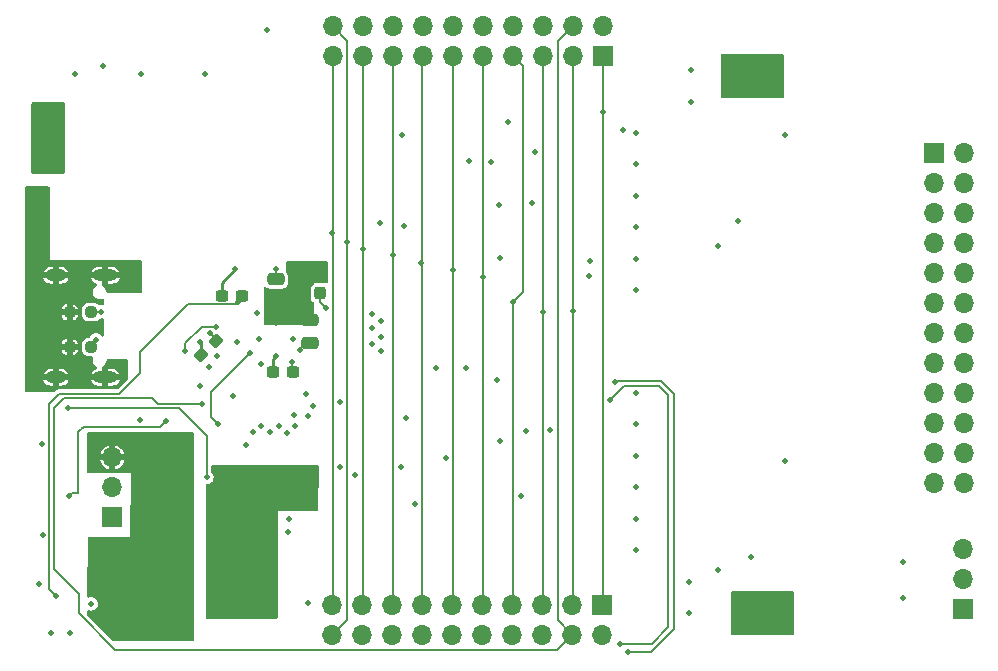
<source format=gbr>
%TF.GenerationSoftware,KiCad,Pcbnew,7.0.7*%
%TF.CreationDate,2023-10-22T12:37:57-05:00*%
%TF.ProjectId,state mode logic analyzer,73746174-6520-46d6-9f64-65206c6f6769,1*%
%TF.SameCoordinates,Original*%
%TF.FileFunction,Copper,L4,Bot*%
%TF.FilePolarity,Positive*%
%FSLAX46Y46*%
G04 Gerber Fmt 4.6, Leading zero omitted, Abs format (unit mm)*
G04 Created by KiCad (PCBNEW 7.0.7) date 2023-10-22 12:37:57*
%MOMM*%
%LPD*%
G01*
G04 APERTURE LIST*
G04 Aperture macros list*
%AMRoundRect*
0 Rectangle with rounded corners*
0 $1 Rounding radius*
0 $2 $3 $4 $5 $6 $7 $8 $9 X,Y pos of 4 corners*
0 Add a 4 corners polygon primitive as box body*
4,1,4,$2,$3,$4,$5,$6,$7,$8,$9,$2,$3,0*
0 Add four circle primitives for the rounded corners*
1,1,$1+$1,$2,$3*
1,1,$1+$1,$4,$5*
1,1,$1+$1,$6,$7*
1,1,$1+$1,$8,$9*
0 Add four rect primitives between the rounded corners*
20,1,$1+$1,$2,$3,$4,$5,0*
20,1,$1+$1,$4,$5,$6,$7,0*
20,1,$1+$1,$6,$7,$8,$9,0*
20,1,$1+$1,$8,$9,$2,$3,0*%
G04 Aperture macros list end*
%TA.AperFunction,ComponentPad*%
%ADD10R,1.700000X1.700000*%
%TD*%
%TA.AperFunction,ComponentPad*%
%ADD11O,1.700000X1.700000*%
%TD*%
%TA.AperFunction,ComponentPad*%
%ADD12O,2.100000X1.000000*%
%TD*%
%TA.AperFunction,ComponentPad*%
%ADD13O,1.800000X1.000000*%
%TD*%
%TA.AperFunction,SMDPad,CuDef*%
%ADD14RoundRect,0.237500X0.300000X0.237500X-0.300000X0.237500X-0.300000X-0.237500X0.300000X-0.237500X0*%
%TD*%
%TA.AperFunction,SMDPad,CuDef*%
%ADD15RoundRect,0.237500X0.250000X0.237500X-0.250000X0.237500X-0.250000X-0.237500X0.250000X-0.237500X0*%
%TD*%
%TA.AperFunction,SMDPad,CuDef*%
%ADD16RoundRect,0.237500X0.237500X-0.300000X0.237500X0.300000X-0.237500X0.300000X-0.237500X-0.300000X0*%
%TD*%
%TA.AperFunction,SMDPad,CuDef*%
%ADD17RoundRect,0.237500X0.044194X0.380070X-0.380070X-0.044194X-0.044194X-0.380070X0.380070X0.044194X0*%
%TD*%
%TA.AperFunction,SMDPad,CuDef*%
%ADD18RoundRect,0.250000X0.475000X-0.250000X0.475000X0.250000X-0.475000X0.250000X-0.475000X-0.250000X0*%
%TD*%
%TA.AperFunction,SMDPad,CuDef*%
%ADD19RoundRect,0.250000X-0.475000X0.250000X-0.475000X-0.250000X0.475000X-0.250000X0.475000X0.250000X0*%
%TD*%
%TA.AperFunction,ViaPad*%
%ADD20C,0.508000*%
%TD*%
%TA.AperFunction,Conductor*%
%ADD21C,0.254000*%
%TD*%
%TA.AperFunction,Conductor*%
%ADD22C,0.152400*%
%TD*%
%TA.AperFunction,Conductor*%
%ADD23C,0.203200*%
%TD*%
G04 APERTURE END LIST*
D10*
%TO.P,J6,1,Pin_1*%
%TO.N,+5V*%
X143000000Y-82100000D03*
D11*
%TO.P,J6,2,Pin_2*%
%TO.N,GND*%
X143000000Y-79560000D03*
%TO.P,J6,3,Pin_3*%
%TO.N,+3V3*%
X143000000Y-77020000D03*
%TD*%
D12*
%TO.P,J1,S1,SHIELD*%
%TO.N,GND*%
X70380000Y-53830000D03*
D13*
X66200000Y-53830000D03*
D12*
X70380000Y-62470000D03*
D13*
X66200000Y-62470000D03*
%TD*%
D10*
%TO.P,J5,1,Pin_1*%
%TO.N,GND*%
X140550000Y-43450000D03*
D11*
%TO.P,J5,2,Pin_2*%
%TO.N,/IN_CLK*%
X143090000Y-43450000D03*
%TO.P,J5,3,Pin_3*%
%TO.N,/IN01*%
X140550000Y-45990000D03*
%TO.P,J5,4,Pin_4*%
%TO.N,/IN00*%
X143090000Y-45990000D03*
%TO.P,J5,5,Pin_5*%
%TO.N,/IN03*%
X140550000Y-48530000D03*
%TO.P,J5,6,Pin_6*%
%TO.N,/IN02*%
X143090000Y-48530000D03*
%TO.P,J5,7,Pin_7*%
%TO.N,GND*%
X140550000Y-51070000D03*
%TO.P,J5,8,Pin_8*%
X143090000Y-51070000D03*
%TO.P,J5,9,Pin_9*%
%TO.N,/IN05*%
X140550000Y-53610000D03*
%TO.P,J5,10,Pin_10*%
%TO.N,/IN04*%
X143090000Y-53610000D03*
%TO.P,J5,11,Pin_11*%
%TO.N,/IN07*%
X140550000Y-56150000D03*
%TO.P,J5,12,Pin_12*%
%TO.N,/IN06*%
X143090000Y-56150000D03*
%TO.P,J5,13,Pin_13*%
%TO.N,GND*%
X140550000Y-58690000D03*
%TO.P,J5,14,Pin_14*%
X143090000Y-58690000D03*
%TO.P,J5,15,Pin_15*%
%TO.N,/IN09*%
X140550000Y-61230000D03*
%TO.P,J5,16,Pin_16*%
%TO.N,/IN08*%
X143090000Y-61230000D03*
%TO.P,J5,17,Pin_17*%
%TO.N,/IN11*%
X140550000Y-63770000D03*
%TO.P,J5,18,Pin_18*%
%TO.N,/IN10*%
X143090000Y-63770000D03*
%TO.P,J5,19,Pin_19*%
%TO.N,GND*%
X140550000Y-66310000D03*
%TO.P,J5,20,Pin_20*%
X143090000Y-66310000D03*
%TO.P,J5,21,Pin_21*%
%TO.N,/IN13*%
X140550000Y-68850000D03*
%TO.P,J5,22,Pin_22*%
%TO.N,/IN12*%
X143090000Y-68850000D03*
%TO.P,J5,23,Pin_23*%
%TO.N,/IN15*%
X140550000Y-71390000D03*
%TO.P,J5,24,Pin_24*%
%TO.N,/IN14*%
X143090000Y-71390000D03*
%TD*%
D10*
%TO.P,J3,1,Pin_1*%
%TO.N,/CLK*%
X112450000Y-81725000D03*
D11*
%TO.P,J3,2,Pin_2*%
%TO.N,GND*%
X112450000Y-84265000D03*
%TO.P,J3,3,Pin_3*%
%TO.N,/TS0*%
X109910000Y-81725000D03*
%TO.P,J3,4,Pin_4*%
%TO.N,/LA_Enable*%
X109910000Y-84265000D03*
%TO.P,J3,5,Pin_5*%
%TO.N,/TS1*%
X107370000Y-81725000D03*
%TO.P,J3,6,Pin_6*%
%TO.N,GND*%
X107370000Y-84265000D03*
%TO.P,J3,7,Pin_7*%
%TO.N,/TS2*%
X104830000Y-81725000D03*
%TO.P,J3,8,Pin_8*%
%TO.N,GND*%
X104830000Y-84265000D03*
%TO.P,J3,9,Pin_9*%
%TO.N,/TS3*%
X102290000Y-81725000D03*
%TO.P,J3,10,Pin_10*%
%TO.N,GND*%
X102290000Y-84265000D03*
%TO.P,J3,11,Pin_11*%
%TO.N,/TS4*%
X99750000Y-81725000D03*
%TO.P,J3,12,Pin_12*%
%TO.N,GND*%
X99750000Y-84265000D03*
%TO.P,J3,13,Pin_13*%
%TO.N,/TS5*%
X97210000Y-81725000D03*
%TO.P,J3,14,Pin_14*%
%TO.N,GND*%
X97210000Y-84265000D03*
%TO.P,J3,15,Pin_15*%
%TO.N,/TS6*%
X94670000Y-81725000D03*
%TO.P,J3,16,Pin_16*%
%TO.N,GND*%
X94670000Y-84265000D03*
%TO.P,J3,17,Pin_17*%
%TO.N,/TS7*%
X92130000Y-81725000D03*
%TO.P,J3,18,Pin_18*%
%TO.N,GND*%
X92130000Y-84265000D03*
%TO.P,J3,19,Pin_19*%
%TO.N,/SCL*%
X89590000Y-81725000D03*
%TO.P,J3,20,Pin_20*%
%TO.N,/SDA*%
X89590000Y-84265000D03*
%TD*%
D10*
%TO.P,J2,1,Pin_1*%
%TO.N,+5V*%
X70975000Y-74325000D03*
D11*
%TO.P,J2,2,Pin_2*%
%TO.N,/VBUS*%
X70975000Y-71785000D03*
%TO.P,J2,3,Pin_3*%
%TO.N,GND*%
X70975000Y-69245000D03*
%TD*%
D10*
%TO.P,J4,1,Pin_1*%
%TO.N,/CLK*%
X112475000Y-35250000D03*
D11*
%TO.P,J4,2,Pin_2*%
%TO.N,GND*%
X112475000Y-32710000D03*
%TO.P,J4,3,Pin_3*%
%TO.N,/TS0*%
X109935000Y-35250000D03*
%TO.P,J4,4,Pin_4*%
%TO.N,/LA_Enable*%
X109935000Y-32710000D03*
%TO.P,J4,5,Pin_5*%
%TO.N,/TS1*%
X107395000Y-35250000D03*
%TO.P,J4,6,Pin_6*%
%TO.N,GND*%
X107395000Y-32710000D03*
%TO.P,J4,7,Pin_7*%
%TO.N,/TS2*%
X104855000Y-35250000D03*
%TO.P,J4,8,Pin_8*%
%TO.N,GND*%
X104855000Y-32710000D03*
%TO.P,J4,9,Pin_9*%
%TO.N,/TS3*%
X102315000Y-35250000D03*
%TO.P,J4,10,Pin_10*%
%TO.N,GND*%
X102315000Y-32710000D03*
%TO.P,J4,11,Pin_11*%
%TO.N,/TS4*%
X99775000Y-35250000D03*
%TO.P,J4,12,Pin_12*%
%TO.N,GND*%
X99775000Y-32710000D03*
%TO.P,J4,13,Pin_13*%
%TO.N,/TS5*%
X97235000Y-35250000D03*
%TO.P,J4,14,Pin_14*%
%TO.N,GND*%
X97235000Y-32710000D03*
%TO.P,J4,15,Pin_15*%
%TO.N,/TS6*%
X94695000Y-35250000D03*
%TO.P,J4,16,Pin_16*%
%TO.N,GND*%
X94695000Y-32710000D03*
%TO.P,J4,17,Pin_17*%
%TO.N,/TS7*%
X92155000Y-35250000D03*
%TO.P,J4,18,Pin_18*%
%TO.N,GND*%
X92155000Y-32710000D03*
%TO.P,J4,19,Pin_19*%
%TO.N,/SCL*%
X89615000Y-35250000D03*
%TO.P,J4,20,Pin_20*%
%TO.N,/SDA*%
X89615000Y-32710000D03*
%TD*%
D14*
%TO.P,C11,1*%
%TO.N,+1V1*%
X81950000Y-55550000D03*
%TO.P,C11,2*%
%TO.N,GND*%
X80225000Y-55550000D03*
%TD*%
D15*
%TO.P,R23,1*%
%TO.N,Net-(J1-CC1)*%
X69187500Y-56950000D03*
%TO.P,R23,2*%
%TO.N,GND*%
X67362500Y-56950000D03*
%TD*%
D16*
%TO.P,C7,1*%
%TO.N,+3V3*%
X88550000Y-55362500D03*
%TO.P,C7,2*%
%TO.N,GND*%
X88550000Y-53637500D03*
%TD*%
D14*
%TO.P,C8,1*%
%TO.N,+3V3*%
X86287500Y-62050000D03*
%TO.P,C8,2*%
%TO.N,GND*%
X84562500Y-62050000D03*
%TD*%
D17*
%TO.P,C9,1*%
%TO.N,+3V3*%
X79734880Y-59365120D03*
%TO.P,C9,2*%
%TO.N,GND*%
X78515120Y-60584880D03*
%TD*%
D18*
%TO.P,C12,1*%
%TO.N,+1V1*%
X87750000Y-59525000D03*
%TO.P,C12,2*%
%TO.N,GND*%
X87750000Y-57625000D03*
%TD*%
D19*
%TO.P,C10,1*%
%TO.N,+3V3*%
X84800000Y-54150000D03*
%TO.P,C10,2*%
%TO.N,GND*%
X84800000Y-56050000D03*
%TD*%
D15*
%TO.P,R24,1*%
%TO.N,Net-(J1-CC2)*%
X69187500Y-59900000D03*
%TO.P,R24,2*%
%TO.N,GND*%
X67362500Y-59900000D03*
%TD*%
D20*
%TO.N,GND*%
X81375000Y-53300000D03*
X76625000Y-74475000D03*
X78825000Y-36750000D03*
X76250000Y-69250000D03*
X95450000Y-70050000D03*
X114250000Y-41500000D03*
X127900000Y-41925000D03*
X76625000Y-76325000D03*
X73950000Y-72875000D03*
X67400000Y-84100000D03*
X86250000Y-59250000D03*
X84825000Y-60650000D03*
X126025000Y-83950000D03*
X64750000Y-79925000D03*
X75800000Y-77925000D03*
X137900000Y-78075000D03*
X75800000Y-72850000D03*
X76625000Y-77250000D03*
X91525000Y-70700000D03*
X122225000Y-78800000D03*
X123675000Y-82400000D03*
X67825000Y-36800000D03*
X126025000Y-80925000D03*
X72425000Y-84100000D03*
X128325000Y-82375000D03*
X125100000Y-38500000D03*
X85900000Y-74500000D03*
X85875000Y-75600000D03*
X65100000Y-75850000D03*
X127925000Y-69575000D03*
X95525000Y-41950000D03*
X103825000Y-67825000D03*
X101200000Y-44175000D03*
X74875000Y-77925000D03*
X77400000Y-84100000D03*
X125100000Y-35400000D03*
X76625000Y-73550000D03*
X98350000Y-61650000D03*
X127350000Y-37100000D03*
X84825000Y-57850000D03*
X65050000Y-68150000D03*
X78375000Y-59475000D03*
X122800000Y-37075000D03*
X86075000Y-57175000D03*
X103775000Y-52325000D03*
X106475000Y-47675000D03*
X73950000Y-77925000D03*
X73375000Y-36825000D03*
X76625000Y-75400000D03*
X104450000Y-40825000D03*
X74875000Y-72850000D03*
X83425000Y-59250000D03*
X93625000Y-49425000D03*
X122225000Y-51350000D03*
X137900000Y-81125000D03*
X90250000Y-64550000D03*
X71850000Y-54900000D03*
X100900000Y-61650000D03*
X82325000Y-68200000D03*
X72000000Y-62125000D03*
X111375000Y-52600000D03*
X90250000Y-70050000D03*
%TO.N,+5V*%
X65775000Y-84075000D03*
%TO.N,+3V3*%
X69175000Y-81650000D03*
X87575000Y-81550000D03*
X83208521Y-57058896D03*
X106743000Y-43426943D03*
X64700000Y-44700000D03*
X83375000Y-71250000D03*
X105550000Y-72550000D03*
X95675000Y-49675000D03*
X89075000Y-56575000D03*
X123950000Y-49200000D03*
X95800000Y-65900000D03*
X99200000Y-69325000D03*
X73350000Y-66100000D03*
X103750000Y-47850000D03*
X83550000Y-61300000D03*
X79225000Y-58750000D03*
X64700000Y-39750000D03*
X79575000Y-72025000D03*
X84075000Y-33075000D03*
X111350000Y-53900000D03*
X85750000Y-72975000D03*
X86175000Y-61175000D03*
X103550000Y-62700000D03*
X79575000Y-72950000D03*
X103075000Y-44200000D03*
X82950000Y-72975000D03*
X66350000Y-44700000D03*
X96575000Y-73200000D03*
X85775000Y-72025000D03*
X84300000Y-71250000D03*
X125025000Y-77675000D03*
X66350000Y-39725000D03*
X82950000Y-72050000D03*
X84825000Y-53275000D03*
X85250000Y-71250000D03*
%TO.N,+1V1*%
X81650000Y-56100000D03*
X66200000Y-80950000D03*
X86838622Y-60138622D03*
%TO.N,Net-(J1-CC1)*%
X70025000Y-56925000D03*
%TO.N,Net-(J1-CC2)*%
X69600000Y-59300000D03*
%TO.N,/SDA*%
X90875000Y-50974996D03*
X81525000Y-59475000D03*
%TO.N,/SCL*%
X79825000Y-60700000D03*
X89600000Y-50275000D03*
%TO.N,Net-(R10-Pad2)*%
X67200000Y-65075000D03*
X78975000Y-70925000D03*
%TO.N,/CNT_RESET*%
X114625000Y-85725000D03*
X106000000Y-66975000D03*
X70175000Y-36150000D03*
X113550000Y-62825000D03*
X78357900Y-63175000D03*
%TO.N,/TS0*%
X109935000Y-56875000D03*
%TO.N,/TS1*%
X107395000Y-56900000D03*
%TO.N,/TS2*%
X104855000Y-56108200D03*
%TO.N,/TS3*%
X102315000Y-53950006D03*
%TO.N,/TS4*%
X99774990Y-53400000D03*
%TO.N,/TS5*%
X97100000Y-52800000D03*
%TO.N,/TS6*%
X94695000Y-52125000D03*
%TO.N,/TS7*%
X92155000Y-51575004D03*
%TO.N,/CNT_CLK*%
X108050000Y-66950000D03*
X113100000Y-64400000D03*
X79150000Y-61600000D03*
X113950000Y-85025000D03*
%TO.N,/CLK*%
X81150000Y-64050000D03*
X112500000Y-40000000D03*
%TO.N,/LA_Enable*%
X78525000Y-64700000D03*
%TO.N,Net-(U1-QSPI_SD2)*%
X79938114Y-66440089D03*
X82600000Y-60425000D03*
%TO.N,/BUF00*%
X119925000Y-36475000D03*
X92950000Y-57100000D03*
%TO.N,/BUF01*%
X93750000Y-57700000D03*
X119925000Y-39150000D03*
%TO.N,/BUF02*%
X115350000Y-41775000D03*
X92949996Y-58275000D03*
%TO.N,/BUF03*%
X115350000Y-44425000D03*
X93750000Y-59025000D03*
%TO.N,/BUF04*%
X92925000Y-59675000D03*
X115350000Y-47100000D03*
%TO.N,/BUF05*%
X93750000Y-60250000D03*
X115350000Y-49750000D03*
%TO.N,/BUF06*%
X87350000Y-63875000D03*
X115350000Y-52425000D03*
%TO.N,/BUF07*%
X115350000Y-55075000D03*
X87950000Y-64875000D03*
%TO.N,/BUF08*%
X115350000Y-63800000D03*
X87500004Y-65750000D03*
%TO.N,/BUF09*%
X115350000Y-66450000D03*
X86375000Y-65625000D03*
%TO.N,/BUF10*%
X86450000Y-66575000D03*
X115350000Y-69100000D03*
%TO.N,/BUF11*%
X85750000Y-67175000D03*
X115350000Y-71775000D03*
%TO.N,/BUF12*%
X85050000Y-66550000D03*
X115350000Y-74475000D03*
%TO.N,/BUF13*%
X115350000Y-77100000D03*
X84325000Y-67125000D03*
%TO.N,/BUF14*%
X83600000Y-66550000D03*
X119825000Y-79800000D03*
%TO.N,/BUF15*%
X119800000Y-82400000D03*
X82875000Y-67125000D03*
%TO.N,/Run*%
X75550000Y-66125000D03*
X67325000Y-72550000D03*
%TO.N,/~{CS}*%
X79791692Y-58170658D03*
X77125000Y-60225000D03*
%TD*%
D21*
%TO.N,GND*%
X78515120Y-60584880D02*
X78515120Y-59615120D01*
X84562500Y-60912500D02*
X84825000Y-60650000D01*
X78515120Y-59615120D02*
X78375000Y-59475000D01*
X84800000Y-56050000D02*
X84800000Y-57825000D01*
X80225000Y-54450000D02*
X81375000Y-53300000D01*
X80225000Y-55550000D02*
X80225000Y-54450000D01*
X84562500Y-62050000D02*
X84562500Y-60912500D01*
X84800000Y-57825000D02*
X84825000Y-57850000D01*
D22*
%TO.N,+3V3*%
X86175000Y-61175000D02*
X86175000Y-61937500D01*
X88550000Y-56050000D02*
X89075000Y-56575000D01*
X79225000Y-58750000D02*
X79734880Y-59259880D01*
X88550000Y-55362500D02*
X88550000Y-56050000D01*
X84800000Y-54150000D02*
X84800000Y-53300000D01*
X84800000Y-53300000D02*
X84825000Y-53275000D01*
%TO.N,+1V1*%
X87127244Y-59850000D02*
X86838622Y-60138622D01*
X77396400Y-56253600D02*
X81496400Y-56253600D01*
X66475000Y-63850000D02*
X71550000Y-63850000D01*
X73325000Y-62075000D02*
X73325000Y-60325000D01*
X71550000Y-63850000D02*
X73325000Y-62075000D01*
X81950000Y-55800000D02*
X81650000Y-56100000D01*
X81496400Y-56253600D02*
X81650000Y-56100000D01*
X65633400Y-80383400D02*
X65633400Y-64691600D01*
X66200000Y-80950000D02*
X65633400Y-80383400D01*
X65633400Y-64691600D02*
X66475000Y-63850000D01*
X73325000Y-60325000D02*
X77396400Y-56253600D01*
%TO.N,Net-(J1-CC1)*%
X70025000Y-56925000D02*
X69212500Y-56925000D01*
%TO.N,Net-(J1-CC2)*%
X69600000Y-59300000D02*
X69600000Y-59487500D01*
X69600000Y-59487500D02*
X69187500Y-59900000D01*
D23*
%TO.N,/SDA*%
X90875000Y-62900000D02*
X90875000Y-82980000D01*
D22*
X89615000Y-32710000D02*
X90875000Y-33970000D01*
D23*
X90875000Y-33970000D02*
X90875000Y-62900000D01*
D22*
X90875000Y-82980000D02*
X89590000Y-84265000D01*
D23*
%TO.N,/SCL*%
X89615000Y-35250000D02*
X89615000Y-81700000D01*
D22*
%TO.N,Net-(R10-Pad2)*%
X78975000Y-67450000D02*
X78975000Y-70925000D01*
X67200000Y-65075000D02*
X76600000Y-65075000D01*
X76600000Y-65075000D02*
X78975000Y-67450000D01*
%TO.N,/CNT_RESET*%
X117425000Y-62800000D02*
X113575000Y-62800000D01*
X118525000Y-83800000D02*
X118525000Y-63900000D01*
X116600000Y-85725000D02*
X118525000Y-83800000D01*
X114625000Y-85725000D02*
X116600000Y-85725000D01*
X118525000Y-63900000D02*
X117425000Y-62800000D01*
X113575000Y-62800000D02*
X113550000Y-62825000D01*
D23*
%TO.N,/TS0*%
X109935000Y-56875000D02*
X109935000Y-81700000D01*
X109935000Y-56875000D02*
X109935000Y-35250000D01*
%TO.N,/TS1*%
X107395000Y-35250000D02*
X107395000Y-56900000D01*
X107395000Y-81700000D02*
X107395000Y-56900000D01*
%TO.N,/TS2*%
X104855000Y-81700000D02*
X104855000Y-56108200D01*
X105705000Y-55258200D02*
X104855000Y-56108200D01*
X104855000Y-35250000D02*
X105705000Y-36100000D01*
X105705000Y-36100000D02*
X105705000Y-55258200D01*
%TO.N,/TS3*%
X102315000Y-35250000D02*
X102315000Y-53950006D01*
X102315000Y-81700000D02*
X102315000Y-53950006D01*
%TO.N,/TS4*%
X99775000Y-53400010D02*
X99774990Y-53400000D01*
X99775000Y-35250000D02*
X99775000Y-53399990D01*
X99775000Y-81700000D02*
X99775000Y-53400010D01*
X99775000Y-53399990D02*
X99774990Y-53400000D01*
%TO.N,/TS5*%
X97210000Y-52910000D02*
X97100000Y-52800000D01*
X97210000Y-35275000D02*
X97210000Y-52690000D01*
X97210000Y-52690000D02*
X97100000Y-52800000D01*
X97210000Y-81725000D02*
X97210000Y-52910000D01*
%TO.N,/TS6*%
X94695000Y-35250000D02*
X94695000Y-52125000D01*
X94695000Y-81700000D02*
X94695000Y-52125000D01*
%TO.N,/TS7*%
X92155000Y-81700000D02*
X92155000Y-51575004D01*
X92155000Y-35250000D02*
X92155000Y-51575004D01*
D22*
%TO.N,/CNT_CLK*%
X118025000Y-83625000D02*
X118025000Y-63975000D01*
X118025000Y-63975000D02*
X117250000Y-63200000D01*
X116625000Y-85025000D02*
X118025000Y-83625000D01*
X114300000Y-63200000D02*
X113100000Y-64400000D01*
X113950000Y-85025000D02*
X116625000Y-85025000D01*
X117250000Y-63200000D02*
X114300000Y-63200000D01*
D23*
%TO.N,/CLK*%
X112475000Y-35250000D02*
X112475000Y-81700000D01*
D22*
%TO.N,/LA_Enable*%
X74350000Y-64200000D02*
X66900000Y-64200000D01*
X71225000Y-85525000D02*
X108650000Y-85525000D01*
X78525000Y-64700000D02*
X74850000Y-64700000D01*
X74850000Y-64700000D02*
X74350000Y-64200000D01*
X68150000Y-80800000D02*
X68150000Y-82450000D01*
X108650000Y-85525000D02*
X109910000Y-84265000D01*
X68150000Y-82450000D02*
X71225000Y-85525000D01*
X66075000Y-65025000D02*
X66075000Y-78725000D01*
X109935000Y-32710000D02*
X108675000Y-33970000D01*
X108675000Y-83030000D02*
X109910000Y-84265000D01*
X108675000Y-33970000D02*
X108675000Y-83030000D01*
X66075000Y-78725000D02*
X68150000Y-80800000D01*
X66900000Y-64200000D02*
X66075000Y-65025000D01*
%TO.N,Net-(U1-QSPI_SD2)*%
X82600000Y-60425000D02*
X79300000Y-63725000D01*
X79300000Y-63725000D02*
X79300000Y-65801975D01*
X79300000Y-65801975D02*
X79938114Y-66440089D01*
%TO.N,/Run*%
X75041600Y-66633400D02*
X68541600Y-66633400D01*
X68300000Y-66875000D02*
X68050000Y-67125000D01*
X68050000Y-67125000D02*
X68050000Y-72275000D01*
X67600000Y-72275000D02*
X67325000Y-72550000D01*
X68050000Y-72275000D02*
X67600000Y-72275000D01*
X75550000Y-66125000D02*
X75041600Y-66633400D01*
X68541600Y-66633400D02*
X68300000Y-66875000D01*
%TO.N,/~{CS}*%
X78554342Y-58170658D02*
X79791692Y-58170658D01*
X77125000Y-59600000D02*
X78554342Y-58170658D01*
X77125000Y-60225000D02*
X77125000Y-59600000D01*
%TD*%
%TA.AperFunction,Conductor*%
%TO.N,GND*%
G36*
X65549663Y-46310403D02*
G01*
X65617709Y-46330657D01*
X65664003Y-46384485D01*
X65675195Y-46435893D01*
X65699999Y-52574999D01*
X65700000Y-52575000D01*
X73374000Y-52575000D01*
X73442121Y-52595002D01*
X73488614Y-52648658D01*
X73500000Y-52701000D01*
X73500000Y-55174000D01*
X73479998Y-55242121D01*
X73426342Y-55288614D01*
X73374000Y-55300000D01*
X70580265Y-55300000D01*
X70512144Y-55279998D01*
X70465651Y-55226342D01*
X70455343Y-55190446D01*
X70444584Y-55108721D01*
X70386192Y-54967751D01*
X70386192Y-54967750D01*
X70293304Y-54846696D01*
X70172250Y-54753808D01*
X70172247Y-54753807D01*
X70172246Y-54753806D01*
X70165825Y-54751146D01*
X70157769Y-54747810D01*
X70102490Y-54703264D01*
X70080068Y-54635901D01*
X70097626Y-54567109D01*
X70116894Y-54542306D01*
X70126000Y-54533200D01*
X70126000Y-54256000D01*
X70146002Y-54187879D01*
X70199658Y-54141386D01*
X70252000Y-54130000D01*
X70508000Y-54130000D01*
X70576121Y-54150002D01*
X70622614Y-54203658D01*
X70634000Y-54256000D01*
X70634000Y-54533200D01*
X70972533Y-54533200D01*
X70972543Y-54533199D01*
X71099520Y-54517782D01*
X71259197Y-54457223D01*
X71259200Y-54457222D01*
X71399732Y-54360219D01*
X71399734Y-54360217D01*
X71512968Y-54232402D01*
X71512973Y-54232396D01*
X71590858Y-54084000D01*
X71336489Y-54084000D01*
X71268368Y-54063998D01*
X71221875Y-54010342D01*
X71211771Y-53940068D01*
X71215299Y-53923519D01*
X71221384Y-53902131D01*
X71233895Y-53858160D01*
X71223546Y-53746479D01*
X71220701Y-53736478D01*
X71221299Y-53665484D01*
X71260185Y-53606084D01*
X71325012Y-53577136D01*
X71341892Y-53576000D01*
X71590858Y-53576000D01*
X71512973Y-53427603D01*
X71512968Y-53427597D01*
X71399734Y-53299782D01*
X71399732Y-53299780D01*
X71259200Y-53202777D01*
X71259197Y-53202776D01*
X71099520Y-53142217D01*
X70972543Y-53126800D01*
X70634000Y-53126800D01*
X70634000Y-53404000D01*
X70613998Y-53472121D01*
X70560342Y-53518614D01*
X70508000Y-53530000D01*
X70252000Y-53530000D01*
X70183879Y-53509998D01*
X70137386Y-53456342D01*
X70126000Y-53404000D01*
X70126000Y-53126800D01*
X69787456Y-53126800D01*
X69660479Y-53142217D01*
X69500802Y-53202776D01*
X69500799Y-53202777D01*
X69360267Y-53299780D01*
X69360265Y-53299782D01*
X69247031Y-53427597D01*
X69247026Y-53427603D01*
X69169141Y-53576000D01*
X69423511Y-53576000D01*
X69491632Y-53596002D01*
X69538125Y-53649658D01*
X69548229Y-53719932D01*
X69544701Y-53736481D01*
X69526105Y-53801840D01*
X69526104Y-53801841D01*
X69536453Y-53913520D01*
X69539299Y-53923522D01*
X69538701Y-53994516D01*
X69499815Y-54053916D01*
X69434988Y-54082864D01*
X69418108Y-54084000D01*
X69169142Y-54084000D01*
X69247026Y-54232396D01*
X69247031Y-54232402D01*
X69360265Y-54360217D01*
X69360267Y-54360219D01*
X69500799Y-54457222D01*
X69500804Y-54457225D01*
X69622940Y-54503545D01*
X69679541Y-54546403D01*
X69703986Y-54613059D01*
X69688514Y-54682349D01*
X69638037Y-54732275D01*
X69626480Y-54737765D01*
X69587753Y-54753806D01*
X69587748Y-54753809D01*
X69466696Y-54846696D01*
X69373809Y-54967748D01*
X69373807Y-54967751D01*
X69315415Y-55108721D01*
X69295500Y-55259999D01*
X69295500Y-55260000D01*
X69315415Y-55411278D01*
X69315416Y-55411280D01*
X69373808Y-55552250D01*
X69466696Y-55673304D01*
X69587750Y-55766192D01*
X69728720Y-55824584D01*
X69842020Y-55839500D01*
X69842027Y-55839500D01*
X69917973Y-55839500D01*
X69917980Y-55839500D01*
X70031280Y-55824584D01*
X70100782Y-55795794D01*
X70171370Y-55788205D01*
X70234858Y-55819983D01*
X70271086Y-55881041D01*
X70275000Y-55912203D01*
X70275000Y-56250111D01*
X70254998Y-56318232D01*
X70201342Y-56364725D01*
X70132554Y-56375033D01*
X70025001Y-56360874D01*
X70024998Y-56360874D01*
X69940368Y-56372015D01*
X69870220Y-56361075D01*
X69832050Y-56330138D01*
X69831021Y-56331168D01*
X69824929Y-56325076D01*
X69706033Y-56234915D01*
X69567223Y-56180174D01*
X69479995Y-56169700D01*
X68895010Y-56169700D01*
X68894998Y-56169701D01*
X68807776Y-56180174D01*
X68668967Y-56234914D01*
X68550073Y-56325073D01*
X68459915Y-56443966D01*
X68405174Y-56582776D01*
X68394700Y-56670001D01*
X68394700Y-57229989D01*
X68394701Y-57230001D01*
X68405174Y-57317223D01*
X68459914Y-57456032D01*
X68550073Y-57574926D01*
X68640232Y-57643294D01*
X68668967Y-57665085D01*
X68807776Y-57719825D01*
X68895005Y-57730300D01*
X69479994Y-57730299D01*
X69567224Y-57719825D01*
X69706033Y-57665085D01*
X69824926Y-57574926D01*
X69858001Y-57531309D01*
X69915096Y-57489118D01*
X69974840Y-57482522D01*
X70025000Y-57489126D01*
X70132554Y-57474966D01*
X70202702Y-57485905D01*
X70255801Y-57533033D01*
X70275000Y-57599888D01*
X70275000Y-58889743D01*
X70254998Y-58957864D01*
X70201342Y-59004357D01*
X70131068Y-59014461D01*
X70066488Y-58984967D01*
X70049038Y-58966447D01*
X69998897Y-58901102D01*
X69882069Y-58811457D01*
X69882065Y-58811455D01*
X69882063Y-58811453D01*
X69882060Y-58811451D01*
X69882057Y-58811450D01*
X69746010Y-58755097D01*
X69746006Y-58755095D01*
X69600000Y-58735874D01*
X69453993Y-58755095D01*
X69453989Y-58755097D01*
X69317942Y-58811450D01*
X69317930Y-58811457D01*
X69201102Y-58901102D01*
X69111455Y-59017933D01*
X69111452Y-59017937D01*
X69101518Y-59041921D01*
X69056968Y-59097201D01*
X68989604Y-59119620D01*
X68985111Y-59119700D01*
X68895011Y-59119700D01*
X68894998Y-59119701D01*
X68807776Y-59130174D01*
X68668967Y-59184914D01*
X68550073Y-59275073D01*
X68459915Y-59393966D01*
X68405174Y-59532776D01*
X68394700Y-59620001D01*
X68394700Y-60179989D01*
X68394701Y-60180001D01*
X68405174Y-60267223D01*
X68459914Y-60406032D01*
X68550073Y-60524926D01*
X68640231Y-60593294D01*
X68668967Y-60615085D01*
X68807776Y-60669825D01*
X68895005Y-60680300D01*
X69213175Y-60680299D01*
X69281294Y-60700301D01*
X69327787Y-60753956D01*
X69337892Y-60824230D01*
X69329584Y-60854515D01*
X69315415Y-60888721D01*
X69295500Y-61039999D01*
X69295500Y-61040000D01*
X69315415Y-61191278D01*
X69315416Y-61191280D01*
X69373808Y-61332250D01*
X69466696Y-61453304D01*
X69587750Y-61546192D01*
X69626479Y-61562234D01*
X69681759Y-61606781D01*
X69704180Y-61674145D01*
X69686622Y-61742936D01*
X69634660Y-61791314D01*
X69622941Y-61796454D01*
X69500802Y-61842776D01*
X69500799Y-61842777D01*
X69360267Y-61939780D01*
X69360265Y-61939782D01*
X69247031Y-62067597D01*
X69247026Y-62067603D01*
X69169141Y-62216000D01*
X69423511Y-62216000D01*
X69491632Y-62236002D01*
X69538125Y-62289658D01*
X69548229Y-62359932D01*
X69544701Y-62376481D01*
X69526105Y-62441840D01*
X69526104Y-62441841D01*
X69536453Y-62553520D01*
X69539299Y-62563522D01*
X69538701Y-62634516D01*
X69499815Y-62693916D01*
X69434988Y-62722864D01*
X69418108Y-62724000D01*
X69169142Y-62724000D01*
X69247026Y-62872396D01*
X69247031Y-62872402D01*
X69360265Y-63000217D01*
X69360267Y-63000219D01*
X69500799Y-63097222D01*
X69500802Y-63097223D01*
X69660479Y-63157782D01*
X69787456Y-63173199D01*
X69787467Y-63173200D01*
X70126000Y-63173200D01*
X70126000Y-62896000D01*
X70146002Y-62827879D01*
X70199658Y-62781386D01*
X70252000Y-62770000D01*
X70508000Y-62770000D01*
X70576121Y-62790002D01*
X70622614Y-62843658D01*
X70634000Y-62896000D01*
X70634000Y-63173200D01*
X70972533Y-63173200D01*
X70972543Y-63173199D01*
X71099520Y-63157782D01*
X71259197Y-63097223D01*
X71259200Y-63097222D01*
X71399732Y-63000219D01*
X71399734Y-63000217D01*
X71512968Y-62872402D01*
X71512973Y-62872396D01*
X71590858Y-62724000D01*
X71336489Y-62724000D01*
X71268368Y-62703998D01*
X71221875Y-62650342D01*
X71211771Y-62580068D01*
X71215299Y-62563519D01*
X71221384Y-62542131D01*
X71233895Y-62498160D01*
X71223546Y-62386479D01*
X71220701Y-62376478D01*
X71221299Y-62305484D01*
X71260185Y-62246084D01*
X71325012Y-62217136D01*
X71341892Y-62216000D01*
X71590858Y-62216000D01*
X71512973Y-62067603D01*
X71512968Y-62067597D01*
X71399734Y-61939782D01*
X71399732Y-61939780D01*
X71259200Y-61842777D01*
X71259197Y-61842776D01*
X71099520Y-61782217D01*
X70972543Y-61766800D01*
X70634000Y-61766800D01*
X70634000Y-62044000D01*
X70613998Y-62112121D01*
X70560342Y-62158614D01*
X70508000Y-62170000D01*
X70252000Y-62170000D01*
X70183879Y-62149998D01*
X70137386Y-62096342D01*
X70126000Y-62044000D01*
X70126000Y-61766799D01*
X70116893Y-61757692D01*
X70082867Y-61695380D01*
X70087932Y-61624565D01*
X70130479Y-61567729D01*
X70157767Y-61552190D01*
X70172250Y-61546192D01*
X70293304Y-61453304D01*
X70386192Y-61332250D01*
X70444584Y-61191280D01*
X70461925Y-61059554D01*
X70490648Y-60994627D01*
X70549914Y-60955535D01*
X70586848Y-60950000D01*
X72199000Y-60950000D01*
X72267121Y-60970002D01*
X72313614Y-61023658D01*
X72325000Y-61076000D01*
X72325000Y-62483287D01*
X72304998Y-62551408D01*
X72288095Y-62572382D01*
X71428882Y-63431595D01*
X71366570Y-63465621D01*
X71339787Y-63468500D01*
X66527634Y-63468500D01*
X66501775Y-63465818D01*
X66490981Y-63463554D01*
X66467475Y-63466485D01*
X66455190Y-63468016D01*
X66447400Y-63468500D01*
X66443389Y-63468500D01*
X66419995Y-63472403D01*
X66414973Y-63473029D01*
X66364638Y-63479303D01*
X66357000Y-63481577D01*
X66349415Y-63484181D01*
X66300358Y-63510729D01*
X66250256Y-63535222D01*
X66243743Y-63539872D01*
X66237437Y-63544781D01*
X66199657Y-63585819D01*
X66148519Y-63636956D01*
X66097380Y-63688096D01*
X66035071Y-63722120D01*
X66008287Y-63725000D01*
X63676500Y-63725000D01*
X63608379Y-63704998D01*
X63561886Y-63651342D01*
X63550500Y-63599000D01*
X63550500Y-62216000D01*
X65139141Y-62216000D01*
X65393511Y-62216000D01*
X65461632Y-62236002D01*
X65508125Y-62289658D01*
X65518229Y-62359932D01*
X65514701Y-62376481D01*
X65496105Y-62441840D01*
X65496104Y-62441841D01*
X65506453Y-62553520D01*
X65509299Y-62563522D01*
X65508701Y-62634516D01*
X65469815Y-62693916D01*
X65404988Y-62722864D01*
X65388108Y-62724000D01*
X65139142Y-62724000D01*
X65217026Y-62872396D01*
X65217031Y-62872402D01*
X65330265Y-63000217D01*
X65330267Y-63000219D01*
X65470799Y-63097222D01*
X65470802Y-63097223D01*
X65630479Y-63157782D01*
X65757456Y-63173199D01*
X65757467Y-63173200D01*
X65946000Y-63173200D01*
X65946000Y-62896000D01*
X65966002Y-62827879D01*
X66019658Y-62781386D01*
X66072000Y-62770000D01*
X66328000Y-62770000D01*
X66396121Y-62790002D01*
X66442614Y-62843658D01*
X66454000Y-62896000D01*
X66454000Y-63173200D01*
X66642533Y-63173200D01*
X66642543Y-63173199D01*
X66769520Y-63157782D01*
X66929197Y-63097223D01*
X66929200Y-63097222D01*
X67069732Y-63000219D01*
X67069734Y-63000217D01*
X67182968Y-62872402D01*
X67182973Y-62872396D01*
X67260858Y-62724000D01*
X67006489Y-62724000D01*
X66938368Y-62703998D01*
X66891875Y-62650342D01*
X66881771Y-62580068D01*
X66885299Y-62563519D01*
X66891384Y-62542131D01*
X66903895Y-62498160D01*
X66893546Y-62386479D01*
X66890701Y-62376478D01*
X66891299Y-62305484D01*
X66930185Y-62246084D01*
X66995012Y-62217136D01*
X67011892Y-62216000D01*
X67260858Y-62216000D01*
X67182973Y-62067603D01*
X67182968Y-62067597D01*
X67069734Y-61939782D01*
X67069732Y-61939780D01*
X66929200Y-61842777D01*
X66929197Y-61842776D01*
X66769520Y-61782217D01*
X66642543Y-61766800D01*
X66454000Y-61766800D01*
X66454000Y-62044000D01*
X66433998Y-62112121D01*
X66380342Y-62158614D01*
X66328000Y-62170000D01*
X66072000Y-62170000D01*
X66003879Y-62149998D01*
X65957386Y-62096342D01*
X65946000Y-62044000D01*
X65946000Y-61766800D01*
X65757456Y-61766800D01*
X65630479Y-61782217D01*
X65470802Y-61842776D01*
X65470799Y-61842777D01*
X65330267Y-61939780D01*
X65330265Y-61939782D01*
X65217031Y-62067597D01*
X65217026Y-62067603D01*
X65139141Y-62216000D01*
X63550500Y-62216000D01*
X63550500Y-60154000D01*
X66671800Y-60154000D01*
X66671800Y-60190586D01*
X66674592Y-60220357D01*
X66674593Y-60220362D01*
X66718467Y-60345747D01*
X66797358Y-60452641D01*
X66904252Y-60531532D01*
X67029637Y-60575406D01*
X67029642Y-60575407D01*
X67059413Y-60578199D01*
X67059419Y-60578200D01*
X67108500Y-60578200D01*
X67108500Y-60154000D01*
X67616500Y-60154000D01*
X67616500Y-60578200D01*
X67665581Y-60578200D01*
X67665586Y-60578199D01*
X67695357Y-60575407D01*
X67695362Y-60575406D01*
X67820747Y-60531532D01*
X67927641Y-60452641D01*
X68006532Y-60345747D01*
X68050406Y-60220362D01*
X68050407Y-60220357D01*
X68053199Y-60190586D01*
X68053200Y-60190580D01*
X68053200Y-60154000D01*
X67616500Y-60154000D01*
X67108500Y-60154000D01*
X66671800Y-60154000D01*
X63550500Y-60154000D01*
X63550500Y-59646000D01*
X66671800Y-59646000D01*
X67108500Y-59646000D01*
X67108500Y-59221800D01*
X67616500Y-59221800D01*
X67616500Y-59646000D01*
X68053200Y-59646000D01*
X68053200Y-59609419D01*
X68053199Y-59609413D01*
X68050407Y-59579642D01*
X68050406Y-59579637D01*
X68006532Y-59454252D01*
X67927641Y-59347358D01*
X67820747Y-59268467D01*
X67695362Y-59224593D01*
X67695357Y-59224592D01*
X67665586Y-59221800D01*
X67616500Y-59221800D01*
X67108500Y-59221800D01*
X67059413Y-59221800D01*
X67029642Y-59224592D01*
X67029637Y-59224593D01*
X66904252Y-59268467D01*
X66797358Y-59347358D01*
X66718467Y-59454252D01*
X66674593Y-59579637D01*
X66674592Y-59579642D01*
X66671800Y-59609413D01*
X66671800Y-59646000D01*
X63550500Y-59646000D01*
X63550500Y-57204000D01*
X66671800Y-57204000D01*
X66671800Y-57240586D01*
X66674592Y-57270357D01*
X66674593Y-57270362D01*
X66718467Y-57395747D01*
X66797358Y-57502641D01*
X66904252Y-57581532D01*
X67029637Y-57625406D01*
X67029642Y-57625407D01*
X67059413Y-57628199D01*
X67059419Y-57628200D01*
X67108500Y-57628200D01*
X67108500Y-57204000D01*
X67616500Y-57204000D01*
X67616500Y-57628200D01*
X67665581Y-57628200D01*
X67665586Y-57628199D01*
X67695357Y-57625407D01*
X67695362Y-57625406D01*
X67820747Y-57581532D01*
X67927641Y-57502641D01*
X68006532Y-57395747D01*
X68050406Y-57270362D01*
X68050407Y-57270357D01*
X68053199Y-57240586D01*
X68053200Y-57240580D01*
X68053200Y-57204000D01*
X67616500Y-57204000D01*
X67108500Y-57204000D01*
X66671800Y-57204000D01*
X63550500Y-57204000D01*
X63550500Y-56696000D01*
X66671800Y-56696000D01*
X67108500Y-56696000D01*
X67108500Y-56271800D01*
X67616500Y-56271800D01*
X67616500Y-56696000D01*
X68053200Y-56696000D01*
X68053200Y-56659419D01*
X68053199Y-56659413D01*
X68050407Y-56629642D01*
X68050406Y-56629637D01*
X68006532Y-56504252D01*
X67927641Y-56397358D01*
X67820747Y-56318467D01*
X67695362Y-56274593D01*
X67695357Y-56274592D01*
X67665586Y-56271800D01*
X67616500Y-56271800D01*
X67108500Y-56271800D01*
X67059413Y-56271800D01*
X67029642Y-56274592D01*
X67029637Y-56274593D01*
X66904252Y-56318467D01*
X66797358Y-56397358D01*
X66718467Y-56504252D01*
X66674593Y-56629637D01*
X66674592Y-56629642D01*
X66671800Y-56659413D01*
X66671800Y-56696000D01*
X63550500Y-56696000D01*
X63550500Y-53576000D01*
X65139141Y-53576000D01*
X65393511Y-53576000D01*
X65461632Y-53596002D01*
X65508125Y-53649658D01*
X65518229Y-53719932D01*
X65514701Y-53736481D01*
X65496105Y-53801840D01*
X65496104Y-53801841D01*
X65506453Y-53913520D01*
X65509299Y-53923522D01*
X65508701Y-53994516D01*
X65469815Y-54053916D01*
X65404988Y-54082864D01*
X65388108Y-54084000D01*
X65139142Y-54084000D01*
X65217026Y-54232396D01*
X65217031Y-54232402D01*
X65330265Y-54360217D01*
X65330267Y-54360219D01*
X65470799Y-54457222D01*
X65470802Y-54457223D01*
X65630479Y-54517782D01*
X65757456Y-54533199D01*
X65757467Y-54533200D01*
X65946000Y-54533200D01*
X65946000Y-54256000D01*
X65966002Y-54187879D01*
X66019658Y-54141386D01*
X66072000Y-54130000D01*
X66328000Y-54130000D01*
X66396121Y-54150002D01*
X66442614Y-54203658D01*
X66454000Y-54256000D01*
X66454000Y-54533200D01*
X66642533Y-54533200D01*
X66642543Y-54533199D01*
X66769520Y-54517782D01*
X66929197Y-54457223D01*
X66929200Y-54457222D01*
X67069732Y-54360219D01*
X67069734Y-54360217D01*
X67182968Y-54232402D01*
X67182973Y-54232396D01*
X67260858Y-54084000D01*
X67006489Y-54084000D01*
X66938368Y-54063998D01*
X66891875Y-54010342D01*
X66881771Y-53940068D01*
X66885299Y-53923519D01*
X66891384Y-53902131D01*
X66903895Y-53858160D01*
X66893546Y-53746479D01*
X66890701Y-53736478D01*
X66891299Y-53665484D01*
X66930185Y-53606084D01*
X66995012Y-53577136D01*
X67011892Y-53576000D01*
X67260858Y-53576000D01*
X67182973Y-53427603D01*
X67182968Y-53427597D01*
X67069734Y-53299782D01*
X67069732Y-53299780D01*
X66929200Y-53202777D01*
X66929197Y-53202776D01*
X66769520Y-53142217D01*
X66642543Y-53126800D01*
X66454000Y-53126800D01*
X66454000Y-53404000D01*
X66433998Y-53472121D01*
X66380342Y-53518614D01*
X66328000Y-53530000D01*
X66072000Y-53530000D01*
X66003879Y-53509998D01*
X65957386Y-53456342D01*
X65946000Y-53404000D01*
X65946000Y-53126800D01*
X65757456Y-53126800D01*
X65630479Y-53142217D01*
X65470802Y-53202776D01*
X65470799Y-53202777D01*
X65330267Y-53299780D01*
X65330265Y-53299782D01*
X65217031Y-53427597D01*
X65217026Y-53427603D01*
X65139141Y-53576000D01*
X63550500Y-53576000D01*
X63550500Y-46429466D01*
X63570502Y-46361345D01*
X63624158Y-46314852D01*
X63676961Y-46303468D01*
X65549663Y-46310403D01*
G37*
%TD.AperFunction*%
%TD*%
%TA.AperFunction,Conductor*%
%TO.N,GND*%
G36*
X128617121Y-80595002D02*
G01*
X128663614Y-80648658D01*
X128675000Y-80701000D01*
X128675000Y-84174000D01*
X128654998Y-84242121D01*
X128601342Y-84288614D01*
X128549000Y-84300000D01*
X123451000Y-84300000D01*
X123382879Y-84279998D01*
X123336386Y-84226342D01*
X123325000Y-84174000D01*
X123325000Y-80701000D01*
X123345002Y-80632879D01*
X123398658Y-80586386D01*
X123451000Y-80575000D01*
X128549000Y-80575000D01*
X128617121Y-80595002D01*
G37*
%TD.AperFunction*%
%TD*%
%TA.AperFunction,Conductor*%
%TO.N,GND*%
G36*
X127767121Y-35095002D02*
G01*
X127813614Y-35148658D01*
X127825000Y-35201000D01*
X127825000Y-38674000D01*
X127804998Y-38742121D01*
X127751342Y-38788614D01*
X127699000Y-38800000D01*
X122601000Y-38800000D01*
X122532879Y-38779998D01*
X122486386Y-38726342D01*
X122475000Y-38674000D01*
X122475000Y-35201000D01*
X122495002Y-35132879D01*
X122548658Y-35086386D01*
X122601000Y-35075000D01*
X127699000Y-35075000D01*
X127767121Y-35095002D01*
G37*
%TD.AperFunction*%
%TD*%
%TA.AperFunction,Conductor*%
%TO.N,+3V3*%
G36*
X66893039Y-39194685D02*
G01*
X66938794Y-39247489D01*
X66950000Y-39299000D01*
X66950000Y-45066186D01*
X66948754Y-45083723D01*
X66940209Y-45143537D01*
X66911241Y-45207118D01*
X66852497Y-45244946D01*
X66817455Y-45250000D01*
X64249000Y-45250000D01*
X64181961Y-45230315D01*
X64136206Y-45177511D01*
X64125000Y-45126000D01*
X64125000Y-39299000D01*
X64144685Y-39231961D01*
X64197489Y-39186206D01*
X64249000Y-39175000D01*
X66826000Y-39175000D01*
X66893039Y-39194685D01*
G37*
%TD.AperFunction*%
%TD*%
%TA.AperFunction,Conductor*%
%TO.N,GND*%
G36*
X77883531Y-67144213D02*
G01*
X77920076Y-67194513D01*
X77925000Y-67225600D01*
X77925000Y-84674400D01*
X77905787Y-84733531D01*
X77855487Y-84770076D01*
X77824400Y-84775000D01*
X71056193Y-84775000D01*
X70997062Y-84755787D01*
X70985058Y-84745535D01*
X68881164Y-82641641D01*
X68852938Y-82586243D01*
X68851701Y-82569843D01*
X68853686Y-82272173D01*
X68873293Y-82213174D01*
X68923836Y-82176966D01*
X68986008Y-82177380D01*
X68992782Y-82179905D01*
X69028993Y-82194904D01*
X69028996Y-82194905D01*
X69174997Y-82214126D01*
X69175000Y-82214126D01*
X69175003Y-82214126D01*
X69321003Y-82194905D01*
X69321005Y-82194904D01*
X69321007Y-82194904D01*
X69457063Y-82138547D01*
X69573897Y-82048897D01*
X69663547Y-81932063D01*
X69719904Y-81796007D01*
X69739126Y-81650000D01*
X69739126Y-81649996D01*
X69719905Y-81503996D01*
X69719904Y-81503993D01*
X69663549Y-81367941D01*
X69663545Y-81367934D01*
X69573899Y-81251105D01*
X69573894Y-81251100D01*
X69457065Y-81161454D01*
X69457058Y-81161450D01*
X69321006Y-81105095D01*
X69321003Y-81105094D01*
X69175003Y-81085874D01*
X69174997Y-81085874D01*
X69028996Y-81105094D01*
X69028993Y-81105095D01*
X69001110Y-81116645D01*
X68939128Y-81121522D01*
X68886116Y-81089035D01*
X68862324Y-81031593D01*
X68862017Y-81023064D01*
X68895007Y-76076323D01*
X68914614Y-76017322D01*
X68965157Y-75981114D01*
X68996996Y-75976405D01*
X72404529Y-76023675D01*
X72499999Y-76025000D01*
X72499999Y-76024999D01*
X72500000Y-76025000D01*
X72525000Y-70550000D01*
X68950600Y-70550000D01*
X68891469Y-70530787D01*
X68854924Y-70480487D01*
X68850000Y-70449400D01*
X68850000Y-69499000D01*
X69951459Y-69499000D01*
X69997260Y-69649989D01*
X69997262Y-69649994D01*
X70095054Y-69832951D01*
X70095063Y-69832964D01*
X70226667Y-69993322D01*
X70226677Y-69993332D01*
X70387035Y-70124936D01*
X70387048Y-70124945D01*
X70570005Y-70222737D01*
X70570012Y-70222740D01*
X70720999Y-70268540D01*
X70721000Y-70268539D01*
X70721000Y-69829720D01*
X70740213Y-69770589D01*
X70790513Y-69734044D01*
X70835913Y-69730144D01*
X70939237Y-69745000D01*
X70939239Y-69745000D01*
X71010761Y-69745000D01*
X71010763Y-69745000D01*
X71114085Y-69730144D01*
X71175346Y-69740746D01*
X71218678Y-69785333D01*
X71229000Y-69829720D01*
X71229000Y-70268540D01*
X71379987Y-70222740D01*
X71379994Y-70222737D01*
X71562951Y-70124945D01*
X71562964Y-70124936D01*
X71723322Y-69993332D01*
X71723332Y-69993322D01*
X71854936Y-69832964D01*
X71854945Y-69832951D01*
X71952737Y-69649994D01*
X71952739Y-69649989D01*
X71998541Y-69499000D01*
X71555913Y-69499000D01*
X71496782Y-69479787D01*
X71460237Y-69429487D01*
X71459388Y-69370058D01*
X71475000Y-69316889D01*
X71475000Y-69173111D01*
X71459388Y-69119941D01*
X71461163Y-69057794D01*
X71499130Y-69008558D01*
X71555913Y-68991000D01*
X71998541Y-68991000D01*
X71952739Y-68840010D01*
X71952737Y-68840005D01*
X71854945Y-68657048D01*
X71854936Y-68657035D01*
X71723332Y-68496677D01*
X71723322Y-68496667D01*
X71562964Y-68365063D01*
X71562951Y-68365054D01*
X71379994Y-68267262D01*
X71379989Y-68267260D01*
X71229000Y-68221458D01*
X71229000Y-68660279D01*
X71209787Y-68719410D01*
X71159487Y-68755955D01*
X71114084Y-68759855D01*
X71035855Y-68748607D01*
X71010763Y-68745000D01*
X70939237Y-68745000D01*
X70914144Y-68748607D01*
X70835916Y-68759855D01*
X70774653Y-68749253D01*
X70731322Y-68704665D01*
X70721000Y-68660279D01*
X70721000Y-68221458D01*
X70570010Y-68267260D01*
X70570005Y-68267262D01*
X70387048Y-68365054D01*
X70387035Y-68365063D01*
X70226677Y-68496667D01*
X70226667Y-68496677D01*
X70095063Y-68657035D01*
X70095054Y-68657048D01*
X69997262Y-68840005D01*
X69997260Y-68840010D01*
X69951459Y-68991000D01*
X70394087Y-68991000D01*
X70453218Y-69010213D01*
X70489763Y-69060513D01*
X70490611Y-69119941D01*
X70475000Y-69173111D01*
X70475000Y-69316889D01*
X70490611Y-69370058D01*
X70488837Y-69432206D01*
X70450870Y-69481442D01*
X70394087Y-69499000D01*
X69951459Y-69499000D01*
X68850000Y-69499000D01*
X68850000Y-67225600D01*
X68869213Y-67166469D01*
X68919513Y-67129924D01*
X68950600Y-67125000D01*
X77824400Y-67125000D01*
X77883531Y-67144213D01*
G37*
%TD.AperFunction*%
%TD*%
%TA.AperFunction,Conductor*%
%TO.N,GND*%
G36*
X89166631Y-52644213D02*
G01*
X89203176Y-52694513D01*
X89208100Y-52725600D01*
X89208100Y-54399400D01*
X89188887Y-54458531D01*
X89138587Y-54495076D01*
X89107500Y-54500000D01*
X88050000Y-54500000D01*
X88050000Y-54530372D01*
X88030787Y-54589503D01*
X88010187Y-54610530D01*
X87925074Y-54675073D01*
X87834915Y-54793967D01*
X87780174Y-54932776D01*
X87769701Y-55019991D01*
X87769700Y-55020011D01*
X87769700Y-55704986D01*
X87769701Y-55704994D01*
X87780174Y-55792221D01*
X87780174Y-55792223D01*
X87780175Y-55792224D01*
X87834915Y-55931033D01*
X87925074Y-56049926D01*
X88010186Y-56114468D01*
X88045693Y-56165506D01*
X88050000Y-56194627D01*
X88050000Y-57949400D01*
X88030787Y-58008531D01*
X87980487Y-58045076D01*
X87949400Y-58050000D01*
X84000000Y-58050000D01*
X83875600Y-58050000D01*
X83816469Y-58030787D01*
X83779924Y-57980487D01*
X83775000Y-57949400D01*
X83775000Y-54900600D01*
X83794213Y-54841469D01*
X83844513Y-54804924D01*
X83875600Y-54800000D01*
X83899639Y-54800000D01*
X83958770Y-54819213D01*
X83960360Y-54820393D01*
X84050283Y-54888584D01*
X84192289Y-54944584D01*
X84281524Y-54955300D01*
X84281530Y-54955300D01*
X85318470Y-54955300D01*
X85318476Y-54955300D01*
X85407711Y-54944584D01*
X85549717Y-54888584D01*
X85639576Y-54820441D01*
X85698300Y-54800021D01*
X85699998Y-54800003D01*
X85699999Y-54800000D01*
X85700000Y-54800000D01*
X85699999Y-54799999D01*
X85722908Y-54744694D01*
X85725656Y-54727350D01*
X85735128Y-54712240D01*
X85763584Y-54674717D01*
X85819584Y-54532711D01*
X85830300Y-54443476D01*
X85830300Y-53856524D01*
X85819584Y-53767289D01*
X85796567Y-53708923D01*
X85763585Y-53625284D01*
X85695441Y-53535422D01*
X85675021Y-53476697D01*
X85675000Y-53474636D01*
X85675000Y-52725600D01*
X85694213Y-52666469D01*
X85744513Y-52629924D01*
X85775600Y-52625000D01*
X89107500Y-52625000D01*
X89166631Y-52644213D01*
G37*
%TD.AperFunction*%
%TD*%
%TA.AperFunction,Conductor*%
%TO.N,+3V3*%
G36*
X88407884Y-69894213D02*
G01*
X88444429Y-69944513D01*
X88449351Y-69976245D01*
X88425641Y-73675045D01*
X88406049Y-73734052D01*
X88355516Y-73770274D01*
X88325043Y-73775000D01*
X84975000Y-73775000D01*
X84975000Y-82824400D01*
X84955787Y-82883531D01*
X84905487Y-82920076D01*
X84874400Y-82925000D01*
X84650000Y-82925000D01*
X79025600Y-82925000D01*
X78966469Y-82905787D01*
X78929924Y-82855487D01*
X78925000Y-82824400D01*
X78925000Y-71583932D01*
X78944213Y-71524801D01*
X78994513Y-71488256D01*
X79012470Y-71484193D01*
X79121002Y-71469905D01*
X79121004Y-71469904D01*
X79121007Y-71469904D01*
X79257063Y-71413547D01*
X79373897Y-71323897D01*
X79463547Y-71207063D01*
X79519904Y-71071007D01*
X79539126Y-70925000D01*
X79539126Y-70924996D01*
X79519905Y-70778996D01*
X79519904Y-70778993D01*
X79463549Y-70642941D01*
X79463548Y-70642939D01*
X79463547Y-70642938D01*
X79463547Y-70642937D01*
X79377288Y-70530522D01*
X79356534Y-70471914D01*
X79356500Y-70469281D01*
X79356500Y-69975600D01*
X79375713Y-69916469D01*
X79426013Y-69879924D01*
X79457100Y-69875000D01*
X88348753Y-69875000D01*
X88407884Y-69894213D01*
G37*
%TD.AperFunction*%
%TD*%
M02*

</source>
